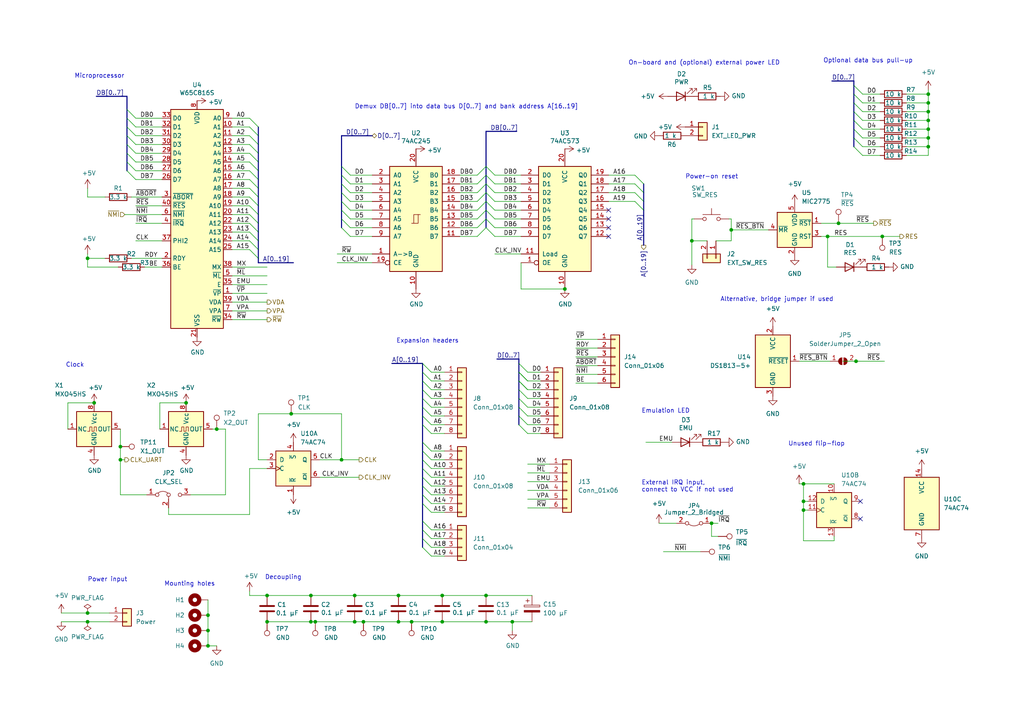
<source format=kicad_sch>
(kicad_sch (version 20211123) (generator eeschema)
  (paper "A4")
  (junction (at 206.375 151.765))
  (junction (at 243.205 64.77))
  (junction (at 269.24 40.005))
  (junction (at 60.325 182.88))
  (junction (at 99.06 133.35))
  (junction (at 84.455 120.015))
  (junction (at 34.925 129.54))
  (junction (at 269.24 37.465))
  (junction (at 119.38 180.34))
  (junction (at 212.09 66.675))
  (junction (at 25.4 177.8))
  (junction (at 77.47 180.34))
  (junction (at 269.24 32.385))
  (junction (at 115.57 172.72))
  (junction (at 53.975 116.84))
  (junction (at 105.41 180.34))
  (junction (at 140.97 180.34))
  (junction (at 240.03 68.58))
  (junction (at 77.47 172.72))
  (junction (at 62.865 124.46))
  (junction (at 34.925 133.35))
  (junction (at 233.045 147.955))
  (junction (at 25.4 74.93))
  (junction (at 90.17 172.72))
  (junction (at 27.305 116.84))
  (junction (at 25.4 180.34))
  (junction (at 233.045 140.335))
  (junction (at 233.045 145.415))
  (junction (at 115.57 180.34))
  (junction (at 128.27 172.72))
  (junction (at 269.24 42.545))
  (junction (at 140.97 172.72))
  (junction (at 60.325 178.435))
  (junction (at 102.87 180.34))
  (junction (at 248.285 104.775))
  (junction (at 200.66 69.85))
  (junction (at 255.905 68.58))
  (junction (at 90.17 180.34))
  (junction (at 102.87 172.72))
  (junction (at 148.59 180.34))
  (junction (at 269.24 29.845))
  (junction (at 269.24 27.305))
  (junction (at 163.83 83.82))
  (junction (at 91.44 180.34))
  (junction (at 60.325 187.325))
  (junction (at 128.27 180.34))
  (junction (at 269.24 34.925))
  (no_connect (at 176.53 68.58))
  (no_connect (at 176.53 66.04))
  (no_connect (at 249.555 150.495))
  (no_connect (at 249.555 145.415))
  (no_connect (at 176.53 63.5))
  (no_connect (at 176.53 60.96))
  (bus_entry (at 122.555 118.11) (size 2.54 2.54))
  (bus_entry (at 72.39 39.37) (size 2.54 2.54))
  (bus_entry (at 138.43 60.96) (size 2.54 -2.54))
  (bus_entry (at 122.555 130.81) (size 2.54 2.54))
  (bus_entry (at 150.495 115.57) (size 2.54 2.54))
  (bus_entry (at 99.06 63.5) (size 2.54 2.54))
  (bus_entry (at 72.39 36.83) (size 2.54 2.54))
  (bus_entry (at 122.555 153.67) (size 2.54 2.54))
  (bus_entry (at 72.39 72.39) (size 2.54 2.54))
  (bus_entry (at 99.06 66.04) (size 2.54 2.54))
  (bus_entry (at 72.39 44.45) (size 2.54 2.54))
  (bus_entry (at 99.06 48.26) (size 2.54 2.54))
  (bus_entry (at 247.65 27.305) (size 2.54 2.54))
  (bus_entry (at 247.65 32.385) (size 2.54 2.54))
  (bus_entry (at 72.39 52.07) (size 2.54 2.54))
  (bus_entry (at 140.97 53.34) (size 2.54 2.54))
  (bus_entry (at 122.555 123.19) (size 2.54 2.54))
  (bus_entry (at 140.97 63.5) (size 2.54 2.54))
  (bus_entry (at 184.15 50.8) (size 2.54 2.54))
  (bus_entry (at 122.555 146.05) (size 2.54 2.54))
  (bus_entry (at 247.65 40.005) (size 2.54 2.54))
  (bus_entry (at 72.39 49.53) (size 2.54 2.54))
  (bus_entry (at 122.555 143.51) (size 2.54 2.54))
  (bus_entry (at 247.65 42.545) (size 2.54 2.54))
  (bus_entry (at 150.495 107.95) (size 2.54 2.54))
  (bus_entry (at 122.555 120.65) (size 2.54 2.54))
  (bus_entry (at 150.495 123.19) (size 2.54 2.54))
  (bus_entry (at 36.83 49.53) (size 2.54 2.54))
  (bus_entry (at 122.555 107.95) (size 2.54 2.54))
  (bus_entry (at 36.83 44.45) (size 2.54 2.54))
  (bus_entry (at 72.39 67.31) (size 2.54 2.54))
  (bus_entry (at 150.495 120.65) (size 2.54 2.54))
  (bus_entry (at 138.43 55.88) (size 2.54 -2.54))
  (bus_entry (at 138.43 53.34) (size 2.54 -2.54))
  (bus_entry (at 140.97 48.26) (size 2.54 2.54))
  (bus_entry (at 138.43 63.5) (size 2.54 -2.54))
  (bus_entry (at 150.495 113.03) (size 2.54 2.54))
  (bus_entry (at 122.555 105.41) (size 2.54 2.54))
  (bus_entry (at 150.495 110.49) (size 2.54 2.54))
  (bus_entry (at 122.555 158.75) (size 2.54 2.54))
  (bus_entry (at 99.06 53.34) (size 2.54 2.54))
  (bus_entry (at 184.15 53.34) (size 2.54 2.54))
  (bus_entry (at 122.555 138.43) (size 2.54 2.54))
  (bus_entry (at 150.495 105.41) (size 2.54 2.54))
  (bus_entry (at 122.555 113.03) (size 2.54 2.54))
  (bus_entry (at 72.39 64.77) (size 2.54 2.54))
  (bus_entry (at 99.06 60.96) (size 2.54 2.54))
  (bus_entry (at 138.43 66.04) (size 2.54 -2.54))
  (bus_entry (at 122.555 140.97) (size 2.54 2.54))
  (bus_entry (at 36.83 31.75) (size 2.54 2.54))
  (bus_entry (at 122.555 115.57) (size 2.54 2.54))
  (bus_entry (at 122.555 110.49) (size 2.54 2.54))
  (bus_entry (at 140.97 55.88) (size 2.54 2.54))
  (bus_entry (at 72.39 54.61) (size 2.54 2.54))
  (bus_entry (at 36.83 36.83) (size 2.54 2.54))
  (bus_entry (at 72.39 41.91) (size 2.54 2.54))
  (bus_entry (at 36.83 39.37) (size 2.54 2.54))
  (bus_entry (at 150.495 118.11) (size 2.54 2.54))
  (bus_entry (at 122.555 133.35) (size 2.54 2.54))
  (bus_entry (at 184.15 58.42) (size 2.54 2.54))
  (bus_entry (at 184.15 55.88) (size 2.54 2.54))
  (bus_entry (at 72.39 57.15) (size 2.54 2.54))
  (bus_entry (at 140.97 60.96) (size 2.54 2.54))
  (bus_entry (at 72.39 46.99) (size 2.54 2.54))
  (bus_entry (at 140.97 58.42) (size 2.54 2.54))
  (bus_entry (at 150.495 110.49) (size 2.54 2.54))
  (bus_entry (at 72.39 62.23) (size 2.54 2.54))
  (bus_entry (at 72.39 69.85) (size 2.54 2.54))
  (bus_entry (at 72.39 34.29) (size 2.54 2.54))
  (bus_entry (at 138.43 50.8) (size 2.54 -2.54))
  (bus_entry (at 36.83 41.91) (size 2.54 2.54))
  (bus_entry (at 150.495 107.95) (size 2.54 2.54))
  (bus_entry (at 140.97 66.04) (size 2.54 2.54))
  (bus_entry (at 122.555 151.13) (size 2.54 2.54))
  (bus_entry (at 247.65 29.845) (size 2.54 2.54))
  (bus_entry (at 99.06 58.42) (size 2.54 2.54))
  (bus_entry (at 99.06 55.88) (size 2.54 2.54))
  (bus_entry (at 36.83 46.99) (size 2.54 2.54))
  (bus_entry (at 99.06 50.8) (size 2.54 2.54))
  (bus_entry (at 247.65 37.465) (size 2.54 2.54))
  (bus_entry (at 36.83 34.29) (size 2.54 2.54))
  (bus_entry (at 138.43 68.58) (size 2.54 -2.54))
  (bus_entry (at 247.65 34.925) (size 2.54 2.54))
  (bus_entry (at 122.555 128.27) (size 2.54 2.54))
  (bus_entry (at 247.65 24.765) (size 2.54 2.54))
  (bus_entry (at 122.555 135.89) (size 2.54 2.54))
  (bus_entry (at 122.555 156.21) (size 2.54 2.54))
  (bus_entry (at 138.43 58.42) (size 2.54 -2.54))
  (bus_entry (at 140.97 50.8) (size 2.54 2.54))
  (bus_entry (at 72.39 59.69) (size 2.54 2.54))
  (wire (pts (xy 176.53 55.88) (xy 184.15 55.88)))
  (wire (pts (xy 77.47 172.72) (xy 72.39 172.72)))
  (bus (pts (xy 122.555 140.97) (xy 122.555 143.51)))
  (wire (pts (xy 39.37 34.29) (xy 46.99 34.29)))
  (wire (pts (xy 269.24 34.925) (xy 269.24 37.465)))
  (bus (pts (xy 99.06 39.37) (xy 107.95 39.37)))
  (wire (pts (xy 241.935 156.845) (xy 241.935 155.575)))
  (wire (pts (xy 67.31 77.47) (xy 77.47 77.47)))
  (wire (pts (xy 92.71 133.35) (xy 99.06 133.35)))
  (wire (pts (xy 77.47 180.34) (xy 90.17 180.34)))
  (wire (pts (xy 233.045 145.415) (xy 233.045 147.955)))
  (bus (pts (xy 74.93 36.83) (xy 74.93 39.37)))
  (wire (pts (xy 212.09 63.5) (xy 211.455 63.5)))
  (wire (pts (xy 91.44 180.34) (xy 102.87 180.34)))
  (wire (pts (xy 153.035 110.49) (xy 156.845 110.49)))
  (wire (pts (xy 250.19 37.465) (xy 255.27 37.465)))
  (bus (pts (xy 122.555 118.11) (xy 122.555 120.65)))
  (bus (pts (xy 122.555 107.95) (xy 122.555 110.49)))
  (wire (pts (xy 133.35 60.96) (xy 138.43 60.96)))
  (wire (pts (xy 240.03 68.58) (xy 255.905 68.58)))
  (wire (pts (xy 39.37 44.45) (xy 46.99 44.45)))
  (wire (pts (xy 67.31 49.53) (xy 72.39 49.53)))
  (wire (pts (xy 153.035 134.62) (xy 159.385 134.62)))
  (wire (pts (xy 269.24 29.845) (xy 269.24 32.385)))
  (bus (pts (xy 247.65 27.305) (xy 247.65 29.845)))
  (wire (pts (xy 25.4 54.61) (xy 25.4 57.15)))
  (wire (pts (xy 151.13 83.82) (xy 163.83 83.82)))
  (bus (pts (xy 150.495 104.14) (xy 150.495 105.41)))
  (wire (pts (xy 55.245 143.51) (xy 65.405 143.51)))
  (wire (pts (xy 167.005 98.425) (xy 173.355 98.425)))
  (wire (pts (xy 67.31 59.69) (xy 72.39 59.69)))
  (wire (pts (xy 153.035 107.95) (xy 156.845 107.95)))
  (bus (pts (xy 140.97 63.5) (xy 140.97 66.04)))
  (wire (pts (xy 39.37 64.77) (xy 46.99 64.77)))
  (wire (pts (xy 77.47 172.72) (xy 90.17 172.72)))
  (wire (pts (xy 119.38 180.34) (xy 128.27 180.34)))
  (wire (pts (xy 67.31 92.71) (xy 77.47 92.71)))
  (wire (pts (xy 212.09 66.675) (xy 212.09 69.85)))
  (wire (pts (xy 39.37 52.07) (xy 46.99 52.07)))
  (wire (pts (xy 67.31 44.45) (xy 72.39 44.45)))
  (wire (pts (xy 67.31 90.17) (xy 77.47 90.17)))
  (wire (pts (xy 74.93 120.015) (xy 74.93 133.35)))
  (wire (pts (xy 176.53 50.8) (xy 184.15 50.8)))
  (wire (pts (xy 125.095 110.49) (xy 128.905 110.49)))
  (bus (pts (xy 74.93 67.31) (xy 74.93 69.85)))
  (bus (pts (xy 74.93 44.45) (xy 74.93 46.99)))
  (wire (pts (xy 99.06 133.35) (xy 104.14 133.35)))
  (bus (pts (xy 122.555 128.27) (xy 122.555 130.81)))
  (wire (pts (xy 36.195 62.23) (xy 46.99 62.23)))
  (bus (pts (xy 99.06 48.26) (xy 99.06 50.8)))
  (wire (pts (xy 148.59 180.34) (xy 148.59 182.88)))
  (wire (pts (xy 153.035 144.78) (xy 159.385 144.78)))
  (wire (pts (xy 67.31 36.83) (xy 72.39 36.83)))
  (wire (pts (xy 99.06 120.015) (xy 99.06 133.35)))
  (wire (pts (xy 102.87 180.34) (xy 105.41 180.34)))
  (wire (pts (xy 238.125 68.58) (xy 240.03 68.58)))
  (bus (pts (xy 36.83 31.75) (xy 36.83 34.29)))
  (wire (pts (xy 39.37 36.83) (xy 46.99 36.83)))
  (wire (pts (xy 269.24 37.465) (xy 269.24 40.005)))
  (wire (pts (xy 207.645 69.85) (xy 212.09 69.85)))
  (bus (pts (xy 186.69 58.42) (xy 186.69 60.96)))
  (bus (pts (xy 74.93 62.23) (xy 74.93 64.77)))
  (wire (pts (xy 67.31 72.39) (xy 72.39 72.39)))
  (wire (pts (xy 192.405 160.02) (xy 203.2 160.02)))
  (wire (pts (xy 148.59 180.34) (xy 154.305 180.34)))
  (bus (pts (xy 122.555 135.89) (xy 122.555 138.43)))
  (wire (pts (xy 133.35 66.04) (xy 138.43 66.04)))
  (bus (pts (xy 241.3 23.495) (xy 247.65 23.495)))
  (wire (pts (xy 72.39 135.89) (xy 72.39 149.225)))
  (wire (pts (xy 74.93 120.015) (xy 84.455 120.015)))
  (wire (pts (xy 153.035 120.65) (xy 156.845 120.65)))
  (wire (pts (xy 269.24 45.085) (xy 262.89 45.085)))
  (wire (pts (xy 248.285 104.775) (xy 256.54 104.775)))
  (wire (pts (xy 233.045 140.335) (xy 241.935 140.335)))
  (bus (pts (xy 140.97 50.8) (xy 140.97 53.34)))
  (bus (pts (xy 122.555 143.51) (xy 122.555 146.05)))
  (wire (pts (xy 200.66 69.85) (xy 205.105 69.85)))
  (bus (pts (xy 74.93 76.2) (xy 85.09 76.2)))
  (wire (pts (xy 206.375 155.575) (xy 208.28 155.575)))
  (wire (pts (xy 125.095 133.35) (xy 128.905 133.35)))
  (wire (pts (xy 153.035 147.32) (xy 159.385 147.32)))
  (wire (pts (xy 60.325 178.435) (xy 60.325 182.88)))
  (wire (pts (xy 233.045 147.955) (xy 233.045 156.845)))
  (wire (pts (xy 67.31 87.63) (xy 77.47 87.63)))
  (wire (pts (xy 67.31 82.55) (xy 77.47 82.55)))
  (wire (pts (xy 25.4 74.93) (xy 30.48 74.93)))
  (wire (pts (xy 17.78 177.8) (xy 25.4 177.8)))
  (bus (pts (xy 113.665 105.41) (xy 122.555 105.41)))
  (wire (pts (xy 67.31 52.07) (xy 72.39 52.07)))
  (wire (pts (xy 206.375 151.765) (xy 206.375 155.575)))
  (wire (pts (xy 238.125 64.77) (xy 243.205 64.77)))
  (wire (pts (xy 128.27 172.72) (xy 140.97 172.72)))
  (wire (pts (xy 125.095 113.03) (xy 128.905 113.03)))
  (wire (pts (xy 151.13 76.2) (xy 151.13 83.82)))
  (wire (pts (xy 140.97 172.72) (xy 154.305 172.72)))
  (wire (pts (xy 143.51 55.88) (xy 151.13 55.88)))
  (wire (pts (xy 262.89 37.465) (xy 269.24 37.465)))
  (wire (pts (xy 125.095 153.67) (xy 128.905 153.67)))
  (wire (pts (xy 153.035 123.19) (xy 156.845 123.19)))
  (wire (pts (xy 269.24 27.305) (xy 269.24 29.845)))
  (wire (pts (xy 65.405 124.46) (xy 65.405 143.51)))
  (wire (pts (xy 19.685 124.46) (xy 19.685 116.84)))
  (wire (pts (xy 244.475 104.775) (xy 248.285 104.775)))
  (bus (pts (xy 99.06 50.8) (xy 99.06 53.34)))
  (bus (pts (xy 122.555 120.65) (xy 122.555 123.19)))
  (wire (pts (xy 101.6 50.8) (xy 107.95 50.8)))
  (bus (pts (xy 140.97 53.34) (xy 140.97 55.88)))
  (wire (pts (xy 102.87 172.72) (xy 115.57 172.72)))
  (bus (pts (xy 99.06 63.5) (xy 99.06 66.04)))
  (wire (pts (xy 38.1 57.15) (xy 46.99 57.15)))
  (wire (pts (xy 60.325 173.99) (xy 60.325 178.435)))
  (bus (pts (xy 122.555 133.35) (xy 122.555 135.89)))
  (bus (pts (xy 140.97 48.26) (xy 140.97 50.8)))
  (wire (pts (xy 243.205 64.77) (xy 253.365 64.77)))
  (wire (pts (xy 77.47 133.35) (xy 74.93 133.35)))
  (bus (pts (xy 122.555 156.21) (xy 122.555 158.75)))
  (wire (pts (xy 250.19 27.305) (xy 255.27 27.305)))
  (bus (pts (xy 247.65 34.925) (xy 247.65 37.465)))
  (bus (pts (xy 247.65 32.385) (xy 247.65 34.925)))
  (bus (pts (xy 36.83 27.94) (xy 36.83 31.75)))
  (wire (pts (xy 101.6 60.96) (xy 107.95 60.96)))
  (wire (pts (xy 143.51 66.04) (xy 151.13 66.04)))
  (wire (pts (xy 269.24 42.545) (xy 269.24 45.085)))
  (wire (pts (xy 72.39 135.89) (xy 77.47 135.89)))
  (wire (pts (xy 39.37 46.99) (xy 46.99 46.99)))
  (wire (pts (xy 167.005 103.505) (xy 173.355 103.505)))
  (wire (pts (xy 17.78 180.34) (xy 25.4 180.34)))
  (wire (pts (xy 167.005 106.045) (xy 173.355 106.045)))
  (wire (pts (xy 269.24 40.005) (xy 269.24 42.545)))
  (bus (pts (xy 122.555 123.19) (xy 122.555 128.27)))
  (wire (pts (xy 39.37 41.91) (xy 46.99 41.91)))
  (wire (pts (xy 67.31 64.77) (xy 72.39 64.77)))
  (wire (pts (xy 34.925 129.54) (xy 34.925 133.35)))
  (wire (pts (xy 255.905 68.58) (xy 260.985 68.58)))
  (wire (pts (xy 125.095 125.73) (xy 128.905 125.73)))
  (wire (pts (xy 67.31 57.15) (xy 72.39 57.15)))
  (wire (pts (xy 125.095 120.65) (xy 128.905 120.65)))
  (wire (pts (xy 115.57 172.72) (xy 128.27 172.72)))
  (wire (pts (xy 250.19 45.085) (xy 255.27 45.085)))
  (bus (pts (xy 99.06 55.88) (xy 99.06 58.42)))
  (bus (pts (xy 122.555 110.49) (xy 122.555 113.03)))
  (bus (pts (xy 150.495 118.11) (xy 150.495 120.65)))
  (bus (pts (xy 74.93 41.91) (xy 74.93 44.45)))
  (bus (pts (xy 74.93 46.99) (xy 74.93 49.53)))
  (bus (pts (xy 122.555 146.05) (xy 122.555 151.13)))
  (bus (pts (xy 74.93 64.77) (xy 74.93 67.31)))
  (wire (pts (xy 34.925 133.35) (xy 34.925 143.51)))
  (wire (pts (xy 250.19 29.845) (xy 255.27 29.845)))
  (wire (pts (xy 250.19 40.005) (xy 255.27 40.005)))
  (wire (pts (xy 125.095 138.43) (xy 128.905 138.43)))
  (bus (pts (xy 36.83 39.37) (xy 36.83 41.91)))
  (wire (pts (xy 128.27 180.34) (xy 140.97 180.34)))
  (wire (pts (xy 67.31 41.91) (xy 72.39 41.91)))
  (wire (pts (xy 48.895 147.32) (xy 48.895 149.225)))
  (bus (pts (xy 150.495 105.41) (xy 150.495 107.95)))
  (wire (pts (xy 46.355 124.46) (xy 46.355 116.84)))
  (wire (pts (xy 143.51 58.42) (xy 151.13 58.42)))
  (bus (pts (xy 247.65 23.495) (xy 247.65 24.765)))
  (bus (pts (xy 122.555 151.13) (xy 122.555 153.67)))
  (wire (pts (xy 105.41 180.34) (xy 115.57 180.34)))
  (wire (pts (xy 153.035 118.11) (xy 156.845 118.11)))
  (bus (pts (xy 74.93 49.53) (xy 74.93 52.07)))
  (wire (pts (xy 39.37 39.37) (xy 46.99 39.37)))
  (wire (pts (xy 133.35 50.8) (xy 138.43 50.8)))
  (wire (pts (xy 231.775 140.335) (xy 233.045 140.335)))
  (wire (pts (xy 176.53 58.42) (xy 184.15 58.42)))
  (wire (pts (xy 233.045 156.845) (xy 241.935 156.845)))
  (wire (pts (xy 125.095 135.89) (xy 128.905 135.89)))
  (bus (pts (xy 74.93 57.15) (xy 74.93 59.69)))
  (bus (pts (xy 36.83 41.91) (xy 36.83 44.45)))
  (wire (pts (xy 143.51 60.96) (xy 151.13 60.96)))
  (wire (pts (xy 143.51 53.34) (xy 151.13 53.34)))
  (wire (pts (xy 101.6 66.04) (xy 107.95 66.04)))
  (wire (pts (xy 125.095 123.19) (xy 128.905 123.19)))
  (wire (pts (xy 67.31 39.37) (xy 72.39 39.37)))
  (wire (pts (xy 125.095 156.21) (xy 128.905 156.21)))
  (wire (pts (xy 67.31 62.23) (xy 72.39 62.23)))
  (wire (pts (xy 133.35 58.42) (xy 138.43 58.42)))
  (wire (pts (xy 67.31 54.61) (xy 72.39 54.61)))
  (wire (pts (xy 97.79 73.66) (xy 107.95 73.66)))
  (wire (pts (xy 133.35 55.88) (xy 138.43 55.88)))
  (wire (pts (xy 233.045 147.955) (xy 234.315 147.955)))
  (wire (pts (xy 262.89 34.925) (xy 269.24 34.925)))
  (wire (pts (xy 240.03 68.58) (xy 240.03 77.47)))
  (bus (pts (xy 99.06 39.37) (xy 99.06 48.26)))
  (wire (pts (xy 67.31 34.29) (xy 72.39 34.29)))
  (bus (pts (xy 150.495 107.95) (xy 150.495 110.49)))
  (bus (pts (xy 74.93 39.37) (xy 74.93 41.91)))
  (wire (pts (xy 25.4 180.34) (xy 31.75 180.34)))
  (wire (pts (xy 153.035 113.03) (xy 156.845 113.03)))
  (wire (pts (xy 212.09 66.675) (xy 222.885 66.675)))
  (wire (pts (xy 25.4 177.8) (xy 31.75 177.8)))
  (bus (pts (xy 247.65 40.005) (xy 247.65 42.545)))
  (wire (pts (xy 101.6 53.34) (xy 107.95 53.34)))
  (bus (pts (xy 150.495 115.57) (xy 150.495 118.11)))
  (wire (pts (xy 115.57 180.34) (xy 119.38 180.34)))
  (wire (pts (xy 262.89 29.845) (xy 269.24 29.845)))
  (wire (pts (xy 231.775 104.775) (xy 240.665 104.775)))
  (bus (pts (xy 140.97 38.1) (xy 149.86 38.1)))
  (bus (pts (xy 74.93 74.93) (xy 74.93 76.2)))
  (bus (pts (xy 140.97 55.88) (xy 140.97 58.42)))
  (bus (pts (xy 186.69 55.88) (xy 186.69 58.42)))
  (wire (pts (xy 92.71 138.43) (xy 104.14 138.43)))
  (wire (pts (xy 67.31 80.01) (xy 77.47 80.01)))
  (bus (pts (xy 74.93 54.61) (xy 74.93 57.15)))
  (wire (pts (xy 133.35 68.58) (xy 138.43 68.58)))
  (wire (pts (xy 143.51 68.58) (xy 151.13 68.58)))
  (wire (pts (xy 62.865 124.46) (xy 61.595 124.46)))
  (wire (pts (xy 250.19 42.545) (xy 255.27 42.545)))
  (wire (pts (xy 240.03 77.47) (xy 242.57 77.47)))
  (wire (pts (xy 125.095 158.75) (xy 128.905 158.75)))
  (bus (pts (xy 36.83 36.83) (xy 36.83 39.37)))
  (wire (pts (xy 101.6 63.5) (xy 107.95 63.5)))
  (wire (pts (xy 233.045 140.335) (xy 233.045 145.415)))
  (wire (pts (xy 200.66 69.85) (xy 200.66 76.835)))
  (bus (pts (xy 74.93 72.39) (xy 74.93 74.93)))
  (wire (pts (xy 125.095 143.51) (xy 128.905 143.51)))
  (bus (pts (xy 36.83 44.45) (xy 36.83 46.99)))
  (wire (pts (xy 60.325 182.88) (xy 60.325 187.325)))
  (bus (pts (xy 186.69 60.96) (xy 186.69 71.12)))
  (wire (pts (xy 84.455 120.015) (xy 99.06 120.015)))
  (bus (pts (xy 150.495 120.65) (xy 150.495 123.19)))
  (bus (pts (xy 150.495 113.03) (xy 150.495 115.57)))
  (wire (pts (xy 38.1 74.93) (xy 46.99 74.93)))
  (bus (pts (xy 99.06 53.34) (xy 99.06 55.88)))
  (wire (pts (xy 125.095 107.95) (xy 128.905 107.95)))
  (wire (pts (xy 19.685 116.84) (xy 27.305 116.84)))
  (wire (pts (xy 200.66 63.5) (xy 200.66 69.85)))
  (bus (pts (xy 74.93 52.07) (xy 74.93 54.61)))
  (wire (pts (xy 167.005 108.585) (xy 173.355 108.585)))
  (wire (pts (xy 34.925 124.46) (xy 34.925 129.54)))
  (bus (pts (xy 144.145 104.14) (xy 150.495 104.14)))
  (bus (pts (xy 247.65 29.845) (xy 247.65 32.385)))
  (wire (pts (xy 212.09 63.5) (xy 212.09 66.675)))
  (wire (pts (xy 153.035 137.16) (xy 159.385 137.16)))
  (wire (pts (xy 125.095 118.11) (xy 128.905 118.11)))
  (wire (pts (xy 125.095 115.57) (xy 128.905 115.57)))
  (wire (pts (xy 153.035 125.73) (xy 156.845 125.73)))
  (wire (pts (xy 233.045 145.415) (xy 234.315 145.415)))
  (wire (pts (xy 153.035 142.24) (xy 159.385 142.24)))
  (wire (pts (xy 39.37 59.69) (xy 46.99 59.69)))
  (wire (pts (xy 133.35 63.5) (xy 138.43 63.5)))
  (bus (pts (xy 122.555 153.67) (xy 122.555 156.21)))
  (bus (pts (xy 74.93 69.85) (xy 74.93 72.39)))
  (wire (pts (xy 125.095 148.59) (xy 128.905 148.59)))
  (wire (pts (xy 262.89 42.545) (xy 269.24 42.545)))
  (bus (pts (xy 122.555 113.03) (xy 122.555 115.57)))
  (wire (pts (xy 176.53 53.34) (xy 184.15 53.34)))
  (bus (pts (xy 99.06 58.42) (xy 99.06 60.96)))
  (wire (pts (xy 262.89 40.005) (xy 269.24 40.005)))
  (bus (pts (xy 122.555 115.57) (xy 122.555 118.11)))
  (wire (pts (xy 25.4 77.47) (xy 34.29 77.47)))
  (wire (pts (xy 39.37 69.85) (xy 46.99 69.85)))
  (bus (pts (xy 36.83 46.99) (xy 36.83 49.53)))
  (wire (pts (xy 97.79 76.2) (xy 107.95 76.2)))
  (wire (pts (xy 262.89 32.385) (xy 269.24 32.385)))
  (wire (pts (xy 67.31 85.09) (xy 77.47 85.09)))
  (bus (pts (xy 150.495 110.49) (xy 150.495 113.03)))
  (wire (pts (xy 250.19 32.385) (xy 255.27 32.385)))
  (bus (pts (xy 247.65 37.465) (xy 247.65 40.005)))
  (wire (pts (xy 143.51 63.5) (xy 151.13 63.5)))
  (wire (pts (xy 34.925 143.51) (xy 42.545 143.51)))
  (bus (pts (xy 140.97 58.42) (xy 140.97 60.96)))
  (wire (pts (xy 269.24 27.305) (xy 269.24 26.035)))
  (wire (pts (xy 60.325 187.325) (xy 62.865 187.325)))
  (wire (pts (xy 34.925 133.35) (xy 36.195 133.35)))
  (wire (pts (xy 46.355 116.84) (xy 53.975 116.84)))
  (wire (pts (xy 25.4 57.15) (xy 30.48 57.15)))
  (wire (pts (xy 101.6 68.58) (xy 107.95 68.58)))
  (wire (pts (xy 191.135 151.765) (xy 196.215 151.765)))
  (bus (pts (xy 74.93 59.69) (xy 74.93 62.23)))
  (wire (pts (xy 125.095 146.05) (xy 128.905 146.05)))
  (wire (pts (xy 125.095 130.81) (xy 128.905 130.81)))
  (wire (pts (xy 65.405 124.46) (xy 62.865 124.46)))
  (wire (pts (xy 167.005 100.965) (xy 173.355 100.965)))
  (wire (pts (xy 67.31 69.85) (xy 72.39 69.85)))
  (wire (pts (xy 125.095 161.29) (xy 128.905 161.29)))
  (wire (pts (xy 25.4 73.66) (xy 25.4 74.93)))
  (wire (pts (xy 25.4 74.93) (xy 25.4 77.47)))
  (wire (pts (xy 101.6 58.42) (xy 107.95 58.42)))
  (wire (pts (xy 67.31 67.31) (xy 72.39 67.31)))
  (wire (pts (xy 187.325 128.27) (xy 194.945 128.27)))
  (bus (pts (xy 140.97 38.1) (xy 140.97 48.26)))
  (bus (pts (xy 122.555 130.81) (xy 122.555 133.35)))
  (bus (pts (xy 99.06 60.96) (xy 99.06 63.5)))
  (wire (pts (xy 269.24 32.385) (xy 269.24 34.925)))
  (wire (pts (xy 250.19 34.925) (xy 255.27 34.925)))
  (wire (pts (xy 48.895 149.225) (xy 72.39 149.225)))
  (wire (pts (xy 90.17 172.72) (xy 102.87 172.72)))
  (wire (pts (xy 72.39 172.72) (xy 72.39 171.45)))
  (bus (pts (xy 122.555 138.43) (xy 122.555 140.97)))
  (wire (pts (xy 143.51 50.8) (xy 151.13 50.8)))
  (bus (pts (xy 122.555 105.41) (xy 122.555 107.95)))
  (bus (pts (xy 247.65 24.765) (xy 247.65 27.305)))
  (wire (pts (xy 262.89 27.305) (xy 269.24 27.305)))
  (bus (pts (xy 140.97 60.96) (xy 140.97 63.5)))
  (wire (pts (xy 153.035 115.57) (xy 156.845 115.57)))
  (wire (pts (xy 153.035 139.7) (xy 159.385 139.7)))
  (bus (pts (xy 186.69 53.34) (xy 186.69 55.88)))
  (wire (pts (xy 90.17 180.34) (xy 91.44 180.34)))
  (wire (pts (xy 41.91 77.47) (xy 46.99 77.47)))
  (wire (pts (xy 67.31 46.99) (xy 72.39 46.99)))
  (wire (pts (xy 101.6 55.88) (xy 107.95 55.88)))
  (wire (pts (xy 167.005 111.125) (xy 173.355 111.125)))
  (bus (pts (xy 36.83 27.94) (xy 27.94 27.94)))
  (wire (pts (xy 200.66 63.5) (xy 201.295 63.5)))
  (wire (pts (xy 206.375 151.765) (xy 208.28 151.765)))
  (wire (pts (xy 133.35 53.34) (xy 138.43 53.34)))
  (bus (pts (xy 36.83 34.29) (xy 36.83 36.83)))
  (wire (pts (xy 140.97 180.34) (xy 148.59 180.34)))
  (wire (pts (xy 39.37 49.53) (xy 46.99 49.53)))
  (wire (pts (xy 151.13 73.66) (xy 143.51 73.66)))
  (wire (pts (xy 125.095 140.97) (xy 128.905 140.97)))
  (text "Power input" (at 25.4 168.91 0) (effects (font (size 1.27 1.27)) (justify left bottom)))
  (text "Unused flip-flop" (at 228.6 129.54 0) (effects (font (size 1.27 1.27)) (justify left bottom)))
  (text "Expansion headers" (at 114.935 99.695 0) (effects (font (size 1.27 1.27)) (justify left bottom)))
  (text "On-board and (optional) external power LED\n" (at 182.245 19.05 0) (effects (font (size 1.27 1.27)) (justify left bottom)))
  (text "Microprocessor" (at 21.59 22.86 0) (effects (font (size 1.27 1.27)) (justify left bottom)))
  (text "Clock" (at 19.05 106.68 0) (effects (font (size 1.27 1.27)) (justify left bottom)))
  (text "Alternative, bridge jumper if used" (at 208.915 87.63 0) (effects (font (size 1.27 1.27)) (justify left bottom)))
  (text "Emulation LED" (at 186.055 120.015 0) (effects (font (size 1.27 1.27)) (justify left bottom)))
  (text "Demux DB[0..7] into data bus D[0..7] and bank address A[16..19]" (at 102.87 31.75 0) (effects (font (size 1.27 1.27)) (justify left bottom)))
  (text "Decoupling" (at 76.835 168.275 0) (effects (font (size 1.27 1.27)) (justify left bottom)))
  (text "Mounting holes" (at 47.625 170.18 0) (effects (font (size 1.27 1.27)) (justify left bottom)))
  (text "External IRQ input,\nconnect to VCC if not used" (at 186.055 142.875 0) (effects (font (size 1.27 1.27)) (justify left bottom)))
  (text "Power-on reset" (at 198.755 52.07 0) (effects (font (size 1.27 1.27)) (justify left bottom)))
  (text "Optional data bus pull-up" (at 238.76 18.415 0) (effects (font (size 1.27 1.27)) (justify left bottom)))
  (label "~{VP}" (at 167.005 98.425 0))
  (label "~{NMI}" (at 167.005 108.585 0))
  (label "DB4" (at 40.64 44.45 0))
  (label "DB5" (at 40.64 46.99 0))
  (label "DB2" (at 146.05 55.88 0))
  (label "~{ML}" (at 155.575 137.16 0))
  (label "RDY" (at 167.005 100.965 0))
  (label "VPA" (at 68.58 90.17 0))
  (label "BE" (at 43.18 77.47 0))
  (label "VDA" (at 155.575 142.24 0))
  (label "DB1" (at 146.05 53.34 0))
  (label "D2" (at 102.87 55.88 0))
  (label "D7" (at 102.87 68.58 0))
  (label "VPA" (at 155.575 144.78 0))
  (label "A18" (at 125.73 158.75 0))
  (label "D[0..7]" (at 144.145 104.14 0))
  (label "D2" (at 251.46 32.385 0))
  (label "D5" (at 251.46 40.005 0))
  (label "DB3" (at 40.64 41.91 0))
  (label "~{IRQ}" (at 208.28 151.765 0))
  (label "RES" (at 241.935 68.58 0))
  (label "~{RW}" (at 155.575 147.32 0))
  (label "~{RW}" (at 99.06 73.66 0))
  (label "D6" (at 102.87 66.04 0))
  (label "EMU" (at 191.135 128.27 0))
  (label "A10" (at 68.58 59.69 0))
  (label "CLK_INV" (at 143.51 73.66 0))
  (label "DB6" (at 146.05 66.04 0))
  (label "D1" (at 154.305 110.49 0))
  (label "D3" (at 154.305 115.57 0))
  (label "DB4" (at 146.05 60.96 0))
  (label "~{RW}" (at 68.58 92.71 0))
  (label "EMU" (at 155.575 139.7 0))
  (label "A15" (at 125.73 148.59 0))
  (label "DB3" (at 133.35 58.42 0))
  (label "A1" (at 68.58 36.83 0))
  (label "D2" (at 154.305 113.03 0))
  (label "~{IRQ}" (at 39.37 64.77 0))
  (label "A7" (at 125.73 125.73 0))
  (label "~{NMI}" (at 39.37 62.23 0))
  (label "D0" (at 102.87 50.8 0))
  (label "DB1" (at 40.64 36.83 0))
  (label "A9" (at 68.58 57.15 0))
  (label "A11" (at 68.58 62.23 0))
  (label "VDA" (at 68.58 87.63 0))
  (label "A14" (at 125.73 146.05 0))
  (label "D5" (at 154.305 120.65 0))
  (label "D7" (at 154.305 125.73 0))
  (label "CLK" (at 39.37 69.85 0))
  (label "A14" (at 68.58 69.85 0))
  (label "A16" (at 177.8 50.8 0))
  (label "DB0" (at 40.64 34.29 0))
  (label "CLK" (at 92.71 133.35 0))
  (label "D[0..7]" (at 241.3 23.495 0))
  (label "D1" (at 102.87 53.34 0))
  (label "A1" (at 125.73 110.49 0))
  (label "~{NMI}" (at 195.58 160.02 0))
  (label "~{ML}" (at 68.58 80.01 0))
  (label "A[0..19]" (at 113.665 105.41 0))
  (label "A18" (at 177.8 55.88 0))
  (label "A4" (at 68.58 44.45 0))
  (label "~{RES}" (at 167.005 103.505 0))
  (label "RDY" (at 41.91 74.93 0))
  (label "~{ABORT}" (at 39.37 57.15 0))
  (label "A17" (at 177.8 53.34 0))
  (label "~{ABORT}" (at 167.005 106.045 0))
  (label "A8" (at 68.58 54.61 0))
  (label "D0" (at 154.305 107.95 0))
  (label "DB3" (at 146.05 58.42 0))
  (label "DB[0..7]" (at 142.24 38.1 0))
  (label "A4" (at 125.73 118.11 0))
  (label "A16" (at 125.73 153.67 0))
  (label "BE" (at 167.005 111.125 0))
  (label "D5" (at 102.87 63.5 0))
  (label "~{RES_BTN}" (at 231.775 104.775 0))
  (label "A7" (at 68.58 52.07 0))
  (label "A5" (at 125.73 120.65 0))
  (label "DB0" (at 133.35 50.8 0))
  (label "A8" (at 125.73 130.81 0))
  (label "A12" (at 68.58 64.77 0))
  (label "A6" (at 68.58 49.53 0))
  (label "A10" (at 125.73 135.89 0))
  (label "~{RES_BTN}" (at 213.36 66.675 0))
  (label "DB5" (at 133.35 63.5 0))
  (label "D0" (at 251.46 27.305 0))
  (label "A3" (at 125.73 115.57 0))
  (label "DB4" (at 133.35 60.96 0))
  (label "D[0..7]" (at 100.33 39.37 0))
  (label "A0" (at 68.58 34.29 0))
  (label "MX" (at 155.575 134.62 0))
  (label "MX" (at 68.58 77.47 0))
  (label "A12" (at 125.73 140.97 0))
  (label "DB7" (at 133.35 68.58 0))
  (label "A3" (at 68.58 41.91 0))
  (label "DB2" (at 40.64 39.37 0))
  (label "D6" (at 251.46 42.545 0))
  (label "A17" (at 125.73 156.21 0))
  (label "A2" (at 125.73 113.03 0))
  (label "A6" (at 125.73 123.19 0))
  (label "DB5" (at 146.05 63.5 0))
  (label "DB6" (at 40.64 49.53 0))
  (label "DB[0..7]" (at 27.94 27.94 0))
  (label "A13" (at 68.58 67.31 0))
  (label "DB7" (at 40.64 52.07 0))
  (label "DB6" (at 133.35 66.04 0))
  (label "CLK_INV" (at 93.345 138.43 0))
  (label "~{RES}" (at 251.46 104.775 0))
  (label "A2" (at 68.58 39.37 0))
  (label "D6" (at 154.305 123.19 0))
  (label "D4" (at 154.305 118.11 0))
  (label "D3" (at 251.46 34.925 0))
  (label "~{RES}" (at 248.285 64.77 0))
  (label "A15" (at 68.58 72.39 0))
  (label "~{RES}" (at 39.37 59.69 0))
  (label "A9" (at 125.73 133.35 0))
  (label "A5" (at 68.58 46.99 0))
  (label "DB0" (at 146.05 50.8 0))
  (label "A11" (at 125.73 138.43 0))
  (label "A[0..19]" (at 76.2 76.2 0))
  (label "D4" (at 251.46 37.465 0))
  (label "A19" (at 125.73 161.29 0))
  (label "A19" (at 177.8 58.42 0))
  (label "A[0..19]" (at 186.69 69.85 90))
  (label "EMU" (at 68.58 82.55 0))
  (label "D4" (at 102.87 60.96 0))
  (label "DB1" (at 133.35 53.34 0))
  (label "D7" (at 251.46 45.085 0))
  (label "A13" (at 125.73 143.51 0))
  (label "D3" (at 102.87 58.42 0))
  (label "A0" (at 125.73 107.95 0))
  (label "DB7" (at 146.05 68.58 0))
  (label "CLK_INV" (at 99.06 76.2 0))
  (label "~{VP}" (at 68.58 85.09 0))
  (label "D1" (at 251.46 29.845 0))
  (label "DB2" (at 133.35 55.88 0))
  (hierarchical_label "~{NMI}" (shape input) (at 36.195 62.23 180))
  (hierarchical_label "CLK_INV" (shape output) (at 104.14 138.43 0))
  (hierarchical_label "RES" (shape output) (at 260.985 68.58 0))
  (hierarchical_label "CLK_UART" (shape output) (at 36.195 133.35 0))
  (hierarchical_label "~{RES}" (shape output) (at 253.365 64.77 0))
  (hierarchical_label "VPA" (shape output) (at 77.47 90.17 0))
  (hierarchical_label "CLK" (shape output) (at 104.14 133.35 0))
  (hierarchical_label "VDA" (shape output) (at 77.47 87.63 0))
  (hierarchical_label "A[0..19]" (shape output) (at 186.69 71.12 270))
  (hierarchical_label "D[0..7]" (shape tri_state) (at 107.95 39.37 0))
  (hierarchical_label "~{RW}" (shape output) (at 77.47 92.71 0))
  (symbol (lib_id "project:W65C816S") (at 57.15 62.23 0) (unit 1)
    (property "Reference" "U4" (at 57.15 24.6126 0))
    (property "Value" "W65C816S" (at 57.15 26.924 0))
    (property "Footprint" "Package_DIP:DIP-40_W15.24mm_Socket" (effects hide))
  )
  (symbol (lib_id "project:74AC245") (at 120.65 63.5 0) (unit 1)
    (property "Reference" "U2" (at 120.65 38.5826 0))
    (property "Value" "74AC245" (at 120.65 40.894 0))
    (property "Footprint" "Package_DIP:DIP-20_W7.62mm_Socket" (effects hide))
    (property "Datasheet" "http://www.ti.com/lit/gpn/sn74LS245" (effects hide))
  )
  (symbol (lib_id "project:74AC573") (at 163.83 63.5 0) (unit 1)
    (property "Reference" "U3" (at 163.83 38.5826 0))
    (property "Value" "74AC573" (at 163.83 40.894 0))
    (property "Footprint" "Package_DIP:DIP-20_W7.62mm_Socket" (effects hide))
    (property "Datasheet" "74xx/74hc573.pdf" (effects hide))
  )
  (symbol (lib_id "project:MXO45HS") (at 27.305 124.46 0) (unit 1)
    (property "Reference" "X1" (at 15.875 111.76 0) (effects (justify left)))
    (property "Value" "MXO45HS" (at 15.875 114.3 0) (effects (justify left)))
    (property "Footprint" "Oscillator:Oscillator_DIP-8" (effects hide))
    (property "Datasheet" "http://cdn-reichelt.de/documents/datenblatt/B400/OSZI.pdf" (effects hide))
  )
  (symbol (lib_id "power:GND") (at 57.15 97.79 0) (unit 1)
    (property "Reference" "#PWR09" (effects hide))
    (property "Value" "GND" (at 57.277 102.1842 0))
  )
  (symbol (lib_id "power:+5V") (at 57.15 29.21 270) (unit 1)
    (property "Reference" "#PWR01" (effects hide))
    (property "Value" "+5V" (at 60.4012 29.591 90) (effects (justify left)))
  )
  (symbol (lib_id "power:PWR_FLAG") (at 25.4 177.8 0) (unit 1)
    (property "Reference" "#FLG01" (effects hide))
    (property "Value" "PWR_FLAG" (at 25.4 173.4058 0))
  )
  (symbol (lib_id "power:GND") (at 163.83 83.82 0) (unit 1)
    (property "Reference" "#PWR07" (effects hide))
    (property "Value" "GND" (at 163.957 88.2142 0))
  )
  (symbol (lib_id "power:GND") (at 120.65 83.82 0) (unit 1)
    (property "Reference" "#PWR06" (effects hide))
    (property "Value" "GND" (at 120.777 88.2142 0))
  )
  (symbol (lib_id "power:+5V") (at 120.65 43.18 270) (unit 1)
    (property "Reference" "#PWR02" (effects hide))
    (property "Value" "+5V" (at 123.9012 43.561 90) (effects (justify left)))
  )
  (symbol (lib_id "power:+5V") (at 163.83 43.18 270) (unit 1)
    (property "Reference" "#PWR03" (effects hide))
    (property "Value" "+5V" (at 167.0812 43.561 90) (effects (justify left)))
  )
  (symbol (lib_id "Device:R") (at 38.1 77.47 270) (unit 1)
    (property "Reference" "R3" (at 41.91 76.2 90))
    (property "Value" "3.3 k" (at 38.1 77.47 90))
    (property "Footprint" "Resistor_SMD:R_0603_1608Metric_Pad0.98x0.95mm_HandSolder" (effects hide))
  )
  (symbol (lib_id "Device:R") (at 34.29 74.93 270) (unit 1)
    (property "Reference" "R2" (at 38.1 73.66 90))
    (property "Value" "3.3 k" (at 34.29 74.93 90))
    (property "Footprint" "Resistor_SMD:R_0603_1608Metric_Pad0.98x0.95mm_HandSolder" (effects hide))
  )
  (symbol (lib_id "Device:R") (at 34.29 57.15 270) (unit 1)
    (property "Reference" "R1" (at 34.29 54.61 90))
    (property "Value" "3.3 k" (at 34.29 57.15 90))
    (property "Footprint" "Resistor_SMD:R_0603_1608Metric_Pad0.98x0.95mm_HandSolder" (effects hide))
  )
  (symbol (lib_id "power:+5V") (at 25.4 54.61 0) (unit 1)
    (property "Reference" "#PWR04" (effects hide))
    (property "Value" "+5V" (at 25.781 50.2158 0))
  )
  (symbol (lib_id "power:+5V") (at 25.4 73.66 0) (unit 1)
    (property "Reference" "#PWR05" (effects hide))
    (property "Value" "+5V" (at 25.781 69.2658 0))
  )
  (symbol (lib_id "power:PWR_FLAG") (at 25.4 180.34 180) (unit 1)
    (property "Reference" "#FLG02" (effects hide))
    (property "Value" "PWR_FLAG" (at 25.4 184.7342 0))
  )
  (symbol (lib_id "Device:LED") (at 246.38 77.47 180) (unit 1)
    (property "Reference" "D1" (at 246.5578 70.993 0))
    (property "Value" "RES" (at 246.5578 73.3044 0))
    (property "Footprint" "LED_SMD:LED_0603_1608Metric_Pad1.05x0.95mm_HandSolder" (effects hide))
  )
  (symbol (lib_id "Device:R") (at 254 77.47 90) (unit 1)
    (property "Reference" "R4" (at 252.73 74.93 90) (effects (justify right)))
    (property "Value" "1 k" (at 252.73 77.47 90) (effects (justify right)))
    (property "Footprint" "Resistor_SMD:R_0603_1608Metric_Pad0.98x0.95mm_HandSolder" (effects hide))
  )
  (symbol (lib_id "power:GND") (at 257.81 77.47 90) (unit 1)
    (property "Reference" "#PWR014" (effects hide))
    (property "Value" "GND" (at 261.0612 77.343 90) (effects (justify right)))
  )
  (symbol (lib_id "Device:C") (at 77.47 176.53 0) (unit 1)
    (property "Reference" "C1" (at 80.391 175.3616 0) (effects (justify left)))
    (property "Value" "0.1 µF" (at 80.01 177.8 0) (effects (justify left)))
    (property "Footprint" "Capacitor_SMD:C_0603_1608Metric_Pad1.08x0.95mm_HandSolder" (effects hide))
  )
  (symbol (lib_id "Device:C") (at 90.17 176.53 0) (unit 1)
    (property "Reference" "C2" (at 93.091 175.3616 0) (effects (justify left)))
    (property "Value" "0.1 µF" (at 93.091 177.673 0) (effects (justify left)))
    (property "Footprint" "Capacitor_SMD:C_0603_1608Metric_Pad1.08x0.95mm_HandSolder" (effects hide))
  )
  (symbol (lib_id "Device:C") (at 102.87 176.53 0) (unit 1)
    (property "Reference" "C3" (at 105.791 175.3616 0) (effects (justify left)))
    (property "Value" "0.1 µF" (at 105.791 177.673 0) (effects (justify left)))
    (property "Footprint" "Capacitor_SMD:C_0603_1608Metric_Pad1.08x0.95mm_HandSolder" (effects hide))
  )
  (symbol (lib_id "Device:C") (at 115.57 176.53 0) (unit 1)
    (property "Reference" "C4" (at 118.491 175.3616 0) (effects (justify left)))
    (property "Value" "0.1 µF" (at 118.491 177.673 0) (effects (justify left)))
    (property "Footprint" "Capacitor_SMD:C_0603_1608Metric_Pad1.08x0.95mm_HandSolder" (effects hide))
  )
  (symbol (lib_id "Device:C") (at 128.27 176.53 0) (unit 1)
    (property "Reference" "C5" (at 131.191 175.3616 0) (effects (justify left)))
    (property "Value" "0.1 µF" (at 131.191 177.673 0) (effects (justify left)))
    (property "Footprint" "Capacitor_SMD:C_0603_1608Metric_Pad1.08x0.95mm_HandSolder" (effects hide))
  )
  (symbol (lib_id "power:+5V") (at 72.39 171.45 0) (unit 1)
    (property "Reference" "#PWR018" (effects hide))
    (property "Value" "+5V" (at 72.771 167.0558 0))
  )
  (symbol (lib_id "Connector:TestPoint") (at 91.44 180.34 180) (unit 1)
    (property "Reference" "TP8" (at 93.98 182.3719 0) (effects (justify right)))
    (property "Value" "GND" (at 93.98 184.9119 0) (effects (justify right)))
    (property "Footprint" "TestPoint:TestPoint_Keystone_5005-5009_Compact" (effects hide))
  )
  (symbol (lib_id "project:74AC74") (at 267.335 146.05 0) (unit 3)
    (property "Reference" "U10" (at 273.685 144.7799 0) (effects (justify left)))
    (property "Value" "74AC74" (at 273.685 147.3199 0) (effects (justify left)))
    (property "Footprint" "Package_DIP:DIP-14_W7.62mm_Socket" (effects hide))
    (property "Datasheet" "74xx/74hc_hct74.pdf" (effects hide))
  )
  (symbol (lib_id "power:GND") (at 267.335 156.21 0) (unit 1)
    (property "Reference" "#PWR051" (effects hide))
    (property "Value" "GND" (at 267.335 161.29 0))
  )
  (symbol (lib_id "Jumper:Jumper_3_Bridged12") (at 48.895 143.51 0) (unit 1)
    (property "Reference" "JP2" (at 48.895 137.16 0))
    (property "Value" "CLK_SEL" (at 48.895 139.7 0))
    (property "Footprint" "Connector_PinHeader_2.54mm:PinHeader_1x03_P2.54mm_Vertical" (effects hide))
  )
  (symbol (lib_id "project:74AC74") (at 241.935 147.955 0) (unit 2)
    (property "Reference" "U10" (at 243.9544 137.795 0) (effects (justify left)))
    (property "Value" "74AC74" (at 243.9544 140.335 0) (effects (justify left)))
    (property "Footprint" "Package_DIP:DIP-14_W7.62mm_Socket" (effects hide))
    (property "Datasheet" "74xx/74hc_hct74.pdf" (effects hide))
  )
  (symbol (lib_id "power:+5V") (at 85.09 128.27 0) (unit 1)
    (property "Reference" "#PWR017" (effects hide))
    (property "Value" "+5V" (at 85.09 123.19 0))
  )
  (symbol (lib_id "power:+5V") (at 27.305 116.84 0) (unit 1)
    (property "Reference" "#PWR012" (effects hide))
    (property "Value" "+5V" (at 27.686 112.4458 0))
  )
  (symbol (lib_id "power:GND") (at 230.505 74.295 0) (unit 1)
    (property "Reference" "#PWR010" (effects hide))
    (property "Value" "GND" (at 230.505 79.375 0))
  )
  (symbol (lib_id "power:GND") (at 224.155 114.935 0) (unit 1)
    (property "Reference" "#PWR0112" (effects hide))
    (property "Value" "GND" (at 224.155 120.015 0))
  )
  (symbol (lib_id "Switch:SW_Push") (at 206.375 63.5 0) (unit 1)
    (property "Reference" "SW1" (at 202.565 54.61 0))
    (property "Value" "SW_RES" (at 204.47 56.515 0))
    (property "Footprint" "Button_Switch_THT:SW_TH_Tactile_Omron_B3F-10xx" (effects hide))
  )
  (symbol (lib_id "power:+5V") (at 269.24 26.035 0) (unit 1)
    (property "Reference" "#PWR0106" (effects hide))
    (property "Value" "+5V" (at 269.24 20.955 0))
  )
  (symbol (lib_id "Connector:TestPoint") (at 203.2 160.02 270) (unit 1)
    (property "Reference" "TP6" (at 208.28 158.7499 90) (effects (justify left)))
    (property "Value" "~{NMI}" (at 208.28 161.9249 90) (effects (justify left)))
    (property "Footprint" "TestPoint:TestPoint_Keystone_5005-5009_Compact" (effects hide))
  )
  (symbol (lib_id "Connector:TestPoint") (at 77.47 180.34 180) (unit 1)
    (property "Reference" "TP7" (at 80.01 182.3719 0) (effects (justify right)))
    (property "Value" "GND" (at 80.01 184.9119 0) (effects (justify right)))
    (property "Footprint" "TestPoint:TestPoint_Keystone_5005-5009_Compact" (effects hide))
  )
  (symbol (lib_id "Connector_Generic:Conn_01x08") (at 161.925 115.57 0) (unit 1)
    (property "Reference" "J9" (at 165.1 115.5699 0) (effects (justify left)))
    (property "Value" "Conn_01x08" (at 165.1 118.1099 0) (effects (justify left)))
    (property "Footprint" "Connector_PinHeader_2.54mm:PinHeader_1x08_P2.54mm_Vertical" (effects hide))
  )
  (symbol (lib_id "power:GND") (at 62.865 187.325 0) (unit 1)
    (property "Reference" "#PWR055" (effects hide))
    (property "Value" "GND" (at 62.865 192.405 0))
  )
  (symbol (lib_id "Jumper:Jumper_2_Bridged") (at 201.295 151.765 180) (unit 1)
    (property "Reference" "JP4" (at 201.295 146.685 0))
    (property "Value" "Jumper_2_Bridged" (at 201.295 148.59 0))
    (property "Footprint" "Connector_PinHeader_2.54mm:PinHeader_1x02_P2.54mm_Vertical" (effects hide))
  )
  (symbol (lib_id "power:+5V") (at 231.775 140.335 0) (unit 1)
    (property "Reference" "#PWR011" (effects hide))
    (property "Value" "+5V" (at 231.775 135.255 0))
  )
  (symbol (lib_id "Jumper:SolderJumper_2_Open") (at 244.475 104.775 0) (unit 1)
    (property "Reference" "JP5" (at 245.11 97.155 0))
    (property "Value" "SolderJumper_2_Open" (at 245.11 99.695 0))
    (property "Footprint" "Jumper:SolderJumper-2_P1.3mm_Open_RoundedPad1.0x1.5mm" (effects hide))
  )
  (symbol (lib_id "power:GND") (at 191.135 39.37 270) (unit 1)
    (property "Reference" "#PWR0104" (effects hide))
    (property "Value" "GND" (at 187.8838 39.497 90) (effects (justify right)))
  )
  (symbol (lib_id "Device:C_Polarized") (at 154.305 176.53 0) (unit 1)
    (property "Reference" "C15" (at 157.48 175.26 0) (effects (justify left)))
    (property "Value" "100 µF" (at 157.48 177.8 0) (effects (justify left)))
    (property "Footprint" "Capacitor_THT:CP_Radial_D6.3mm_P2.50mm" (effects hide))
  )
  (symbol (lib_id "Device:R") (at 206.375 128.27 90) (unit 1)
    (property "Reference" "R17" (at 205.105 125.73 90) (effects (justify right)))
    (property "Value" "1 k" (at 205.105 128.27 90) (effects (justify right)))
    (property "Footprint" "Resistor_SMD:R_0603_1608Metric_Pad0.98x0.95mm_HandSolder" (effects hide))
  )
  (symbol (lib_id "power:GND") (at 200.66 76.835 0) (unit 1)
    (property "Reference" "#PWR0105" (effects hide))
    (property "Value" "GND" (at 200.66 81.915 0))
  )
  (symbol (lib_id "power:GND") (at 17.78 180.34 0) (unit 1)
    (property "Reference" "#PWR0101" (effects hide))
    (property "Value" "GND" (at 17.78 185.42 0))
  )
  (symbol (lib_id "Device:R") (at 259.08 42.545 90) (unit 1)
    (property "Reference" "R13" (at 264.16 41.275 90))
    (property "Value" "10 k" (at 259.08 42.545 90))
    (property "Footprint" "Resistor_SMD:R_0603_1608Metric_Pad0.98x0.95mm_HandSolder" (effects hide))
  )
  (symbol (lib_id "Mechanical:MountingHole_Pad") (at 57.785 187.325 90) (unit 1)
    (property "Reference" "H4" (at 50.8 187.325 90) (effects (justify right)))
    (property "Value" "MountingHole_Pad" (effects hide))
    (property "Footprint" "MountingHole:MountingHole_3.2mm_M3_Pad_Via" (effects hide))
  )
  (symbol (lib_id "Mechanical:MountingHole_Pad") (at 57.785 182.88 90) (unit 1)
    (property "Reference" "H3" (at 50.8 182.88 90) (effects (justify right)))
    (property "Value" "MountingHole_Pad" (effects hide))
    (property "Footprint" "MountingHole:MountingHole_3.2mm_M3_Pad_Via" (effects hide))
  )
  (symbol (lib_id "Connector:TestPoint") (at 208.28 155.575 270) (unit 1)
    (property "Reference" "TP5" (at 213.36 154.3049 90) (effects (justify left)))
    (property "Value" "~{IRQ}" (at 213.36 157.4799 90) (effects (justify left)))
    (property "Footprint" "TestPoint:TestPoint_Keystone_5005-5009_Compact" (effects hide))
  )
  (symbol (lib_id "Device:R") (at 259.08 27.305 90) (unit 1)
    (property "Reference" "R7" (at 264.16 26.035 90))
    (property "Value" "10 k" (at 259.08 27.305 90))
    (property "Footprint" "Resistor_SMD:R_0603_1608Metric_Pad0.98x0.95mm_HandSolder" (effects hide))
  )
  (symbol (lib_id "Connector_Generic:Conn_01x02") (at 36.83 177.8 0) (unit 1)
    (property "Reference" "J3" (at 39.37 177.7999 0) (effects (justify left)))
    (property "Value" "Power" (at 39.37 180.3399 0) (effects (justify left)))
    (property "Footprint" "Connector_JST:JST_XH_B2B-XH-A_1x02_P2.50mm_Vertical" (effects hide))
  )
  (symbol (lib_id "power:+5V") (at 53.975 116.84 0) (unit 1)
    (property "Reference" "#PWR013" (effects hide))
    (property "Value" "+5V" (at 54.356 112.4458 0))
  )
  (symbol (lib_id "power:+5V") (at 85.09 143.51 180) (unit 1)
    (property "Reference" "#PWR049" (effects hide))
    (property "Value" "+5V" (at 85.09 148.59 0))
  )
  (symbol (lib_id "Connector_Generic:Conn_01x08") (at 133.985 115.57 0) (unit 1)
    (property "Reference" "J8" (at 137.16 115.5699 0) (effects (justify left)))
    (property "Value" "Conn_01x08" (at 137.16 118.1099 0) (effects (justify left)))
    (property "Footprint" "Connector_PinHeader_2.54mm:PinHeader_1x08_P2.54mm_Vertical" (effects hide))
  )
  (symbol (lib_id "Mechanical:MountingHole_Pad") (at 57.785 173.99 90) (unit 1)
    (property "Reference" "H1" (at 50.8 173.99 90) (effects (justify right)))
    (property "Value" "MountingHole_Pad" (effects hide))
    (property "Footprint" "MountingHole:MountingHole_3.2mm_M3_Pad_Via" (effects hide))
  )
  (symbol (lib_id "power:GND") (at 208.915 27.94 90) (unit 1)
    (property "Reference" "#PWR016" (effects hide))
    (property "Value" "GND" (at 212.1662 27.813 90) (effects (justify right)))
  )
  (symbol (lib_id "power:GND") (at 27.305 132.08 0) (unit 1)
    (property "Reference" "#PWR020" (effects hide))
    (property "Value" "GND" (at 27.432 136.4742 0))
  )
  (symbol (lib_id "Device:R") (at 259.08 32.385 90) (unit 1)
    (property "Reference" "R9" (at 264.16 31.115 90))
    (property "Value" "10 k" (at 259.08 32.385 90))
    (property "Footprint" "Resistor_SMD:R_0603_1608Metric_Pad0.98x0.95mm_HandSolder" (effects hide))
  )
  (symbol (lib_id "Connector:TestPoint") (at 255.905 68.58 180) (unit 1)
    (property "Reference" "TP3" (at 257.81 70.6119 0) (effects (justify right)))
    (property "Value" "RES" (at 257.81 73.1519 0) (effects (justify right)))
    (property "Footprint" "TestPoint:TestPoint_Pad_D1.5mm" (effects hide))
  )
  (symbol (lib_id "Connector_Generic:Conn_01x06") (at 164.465 139.7 0) (unit 1)
    (property "Reference" "J13" (at 167.64 139.6999 0) (effects (justify left)))
    (property "Value" "Conn_01x06" (at 167.64 142.2399 0) (effects (justify left)))
    (property "Footprint" "Connector_PinHeader_2.54mm:PinHeader_1x06_P2.54mm_Vertical" (effects hide))
  )
  (symbol (lib_id "project:74AC74") (at 85.09 135.89 0) (unit 1)
    (property "Reference" "U10" (at 87.1094 125.73 0) (effects (justify left)))
    (property "Value" "74AC74" (at 87.1094 128.27 0) (effects (justify left)))
    (property "Footprint" "Package_DIP:DIP-14_W7.62mm_Socket" (effects hide))
    (property "Datasheet" "74xx/74hc_hct74.pdf" (effects hide))
  )
  (symbol (lib_id "Device:R") (at 259.08 34.925 90) (unit 1)
    (property "Reference" "R10" (at 264.16 33.655 90))
    (property "Value" "10 k" (at 259.08 34.925 90))
    (property "Footprint" "Resistor_SMD:R_0603_1608Metric_Pad0.98x0.95mm_HandSolder" (effects hide))
  )
  (symbol (lib_id "Connector_Generic:Conn_01x02") (at 207.645 74.93 270) (unit 1)
    (property "Reference" "J2" (at 210.82 73.6599 90) (effects (justify left)))
    (property "Value" "EXT_SW_RES" (at 210.82 76.1999 90) (effects (justify left)))
    (property "Footprint" "Connector_PinHeader_2.54mm:PinHeader_1x02_P2.54mm_Vertical" (effects hide))
  )
  (symbol (lib_id "Connector_Generic:Conn_01x08") (at 133.985 138.43 0) (unit 1)
    (property "Reference" "J10" (at 137.16 138.4299 0) (effects (justify left)))
    (property "Value" "Conn_01x08" (at 137.16 140.9699 0) (effects (justify left)))
    (property "Footprint" "Connector_PinHeader_2.54mm:PinHeader_1x08_P2.54mm_Vertical" (effects hide))
  )
  (symbol (lib_id "Mechanical:MountingHole_Pad") (at 57.785 178.435 90) (unit 1)
    (property "Reference" "H2" (at 50.8 178.435 90) (effects (justify right)))
    (property "Value" "MountingHole_Pad" (effects hide))
    (property "Footprint" "MountingHole:MountingHole_3.2mm_M3_Pad_Via" (effects hide))
  )
  (symbol (lib_id "Device:LED") (at 198.755 128.27 180) (unit 1)
    (property "Reference" "D3" (at 198.9328 121.793 0))
    (property "Value" "EMU" (at 198.9328 124.1044 0))
    (property "Footprint" "LED_SMD:LED_0603_1608Metric_Pad1.05x0.95mm_HandSolder" (effects hide))
  )
  (symbol (lib_id "project:DS1813-5+") (at 224.155 104.775 0) (unit 1)
    (property "Reference" "U14" (at 217.805 103.5049 0) (effects (justify right)))
    (property "Value" "DS1813-5+" (at 217.805 106.0449 0) (effects (justify right)))
    (property "Footprint" "Package_TO_SOT_THT:TO-92_Inline" (effects hide))
    (property "Datasheet" "http://www.ti.com/lit/ds/symlink/lm809.pdf" (effects hide))
  )
  (symbol (lib_id "Connector_Generic:Conn_01x06") (at 178.435 103.505 0) (unit 1)
    (property "Reference" "J14" (at 180.975 103.5049 0) (effects (justify left)))
    (property "Value" "Conn_01x06" (at 180.975 106.0449 0) (effects (justify left)))
    (property "Footprint" "Connector_PinHeader_2.54mm:PinHeader_1x06_P2.54mm_Vertical" (effects hide))
  )
  (symbol (lib_id "Connector_Generic:Conn_01x04") (at 133.985 156.21 0) (unit 1)
    (property "Reference" "J11" (at 137.16 156.2099 0) (effects (justify left)))
    (property "Value" "Conn_01x04" (at 137.16 158.7499 0) (effects (justify left)))
    (property "Footprint" "Connector_PinHeader_2.54mm:PinHeader_1x04_P2.54mm_Vertical" (effects hide))
  )
  (symbol (lib_id "power:GND") (at 148.59 182.88 0) (unit 1)
    (property "Reference" "#PWR0107" (effects hide))
    (property "Value" "GND" (at 148.717 187.2742 0))
  )
  (symbol (lib_id "project:MXO45HS") (at 53.975 124.46 0) (unit 1)
    (property "Reference" "X2" (at 42.545 111.76 0) (effects (justify left)))
    (property "Value" "MXO45HS" (at 42.545 114.3 0) (effects (justify left)))
    (property "Footprint" "Oscillator:Oscillator_DIP-8" (effects hide))
    (property "Datasheet" "http://cdn-reichelt.de/documents/datenblatt/B400/OSZI.pdf" (effects hide))
  )
  (symbol (lib_id "project:MIC2775") (at 230.505 66.675 0) (unit 1)
    (property "Reference" "U5" (at 232.5244 55.88 0) (effects (justify left)))
    (property "Value" "MIC2775" (at 232.5244 58.42 0) (effects (justify left)))
    (property "Footprint" "Package_TO_SOT_SMD:SOT-23-5_HandSoldering" (effects hide))
  )
  (symbol (lib_id "power:+5V") (at 17.78 177.8 0) (unit 1)
    (property "Reference" "#PWR0102" (effects hide))
    (property "Value" "+5V" (at 17.78 172.72 0))
  )
  (symbol (lib_id "power:+5V") (at 230.505 59.055 0) (unit 1)
    (property "Reference" "#PWR08" (effects hide))
    (property "Value" "+5V" (at 230.505 53.34 0))
  )
  (symbol (lib_id "Connector:TestPoint") (at 62.865 124.46 0) (unit 1)
    (property "Reference" "TP2" (at 64.77 119.8879 0) (effects (justify left)))
    (property "Value" "X2_OUT" (at 64.77 122.555 0) (effects (justify left)))
    (property "Footprint" "TestPoint:TestPoint_Keystone_5005-5009_Compact" (effects hide))
  )
  (symbol (lib_id "Connector:TestPoint") (at 105.41 180.34 180) (unit 1)
    (property "Reference" "TP9" (at 107.95 182.3719 0) (effects (justify right)))
    (property "Value" "GND" (at 107.95 184.9119 0) (effects (justify right)))
    (property "Footprint" "TestPoint:TestPoint_Keystone_5005-5009_Compact" (effects hide))
  )
  (symbol (lib_id "Connector:TestPoint") (at 34.925 129.54 270) (unit 1)
    (property "Reference" "TP11" (at 40.64 128.2699 90) (effects (justify left)))
    (property "Value" "X1_OUT" (at 40.64 130.8099 90) (effects (justify left)))
    (property "Footprint" "TestPoint:TestPoint_Keystone_5005-5009_Compact" (effects hide))
  )
  (symbol (lib_id "Connector_Generic:Conn_01x02") (at 203.835 36.83 0) (unit 1)
    (property "Reference" "J1" (at 206.375 36.8299 0) (effects (justify left)))
    (property "Value" "EXT_LED_PWR" (at 206.375 39.3699 0) (effects (justify left)))
    (property "Footprint" "Connector_PinHeader_2.54mm:PinHeader_1x02_P2.54mm_Vertical" (effects hide))
  )
  (symbol (lib_id "Device:R") (at 259.08 29.845 90) (unit 1)
    (property "Reference" "R8" (at 264.16 28.575 90))
    (property "Value" "10 k" (at 259.08 29.845 90))
    (property "Footprint" "Resistor_SMD:R_0603_1608Metric_Pad0.98x0.95mm_HandSolder" (effects hide))
  )
  (symbol (lib_id "Device:R") (at 259.08 45.085 90) (unit 1)
    (property "Reference" "R14" (at 264.16 43.815 90))
    (property "Value" "10 k" (at 259.08 45.085 90))
    (property "Footprint" "Resistor_SMD:R_0603_1608Metric_Pad0.98x0.95mm_HandSolder" (effects hide))
  )
  (symbol (lib_id "Device:LED") (at 197.485 27.94 180) (unit 1)
    (property "Reference" "D2" (at 197.6628 21.463 0))
    (property "Value" "PWR" (at 197.6628 23.7744 0))
    (property "Footprint" "LED_SMD:LED_0603_1608Metric_Pad1.05x0.95mm_HandSolder" (effects hide))
  )
  (symbol (lib_id "Device:R") (at 259.08 37.465 90) (unit 1)
    (property "Reference" "R11" (at 264.16 36.195 90))
    (property "Value" "10 k" (at 259.08 37.465 90))
    (property "Footprint" "Resistor_SMD:R_0603_1608Metric_Pad0.98x0.95mm_HandSolder" (effects hide))
  )
  (symbol (lib_id "Device:R") (at 259.08 40.005 90) (unit 1)
    (property "Reference" "R12" (at 264.16 38.735 90))
    (property "Value" "10 k" (at 259.08 40.005 90))
    (property "Footprint" "Resistor_SMD:R_0603_1608Metric_Pad0.98x0.95mm_HandSolder" (effects hide))
  )
  (symbol (lib_id "power:GND") (at 210.185 128.27 90) (unit 1)
    (property "Reference" "#PWR0110" (effects hide))
    (property "Value" "GND" (at 213.4362 128.143 90) (effects (justify right)))
  )
  (symbol (lib_id "power:GND") (at 53.975 132.08 0) (unit 1)
    (property "Reference" "#PWR048" (effects hide))
    (property "Value" "GND" (at 54.102 136.4742 0))
  )
  (symbol (lib_id "Connector:TestPoint") (at 243.205 64.77 0) (unit 1)
    (property "Reference" "TP4" (at 243.84 56.515 0) (effects (justify left)))
    (property "Value" "~{RES}" (at 243.84 59.055 0) (effects (justify left)))
    (property "Footprint" "TestPoint:TestPoint_Keystone_5005-5009_Compact" (effects hide))
  )
  (symbol (lib_id "Device:C") (at 140.97 176.53 0) (unit 1)
    (property "Reference" "C13" (at 143.891 175.3616 0) (effects (justify left)))
    (property "Value" "0.1 µF" (at 143.891 177.673 0) (effects (justify left)))
    (property "Footprint" "Capacitor_SMD:C_0603_1608Metric_Pad1.08x0.95mm_HandSolder" (effects hide))
  )
  (symbol (lib_id "power:+5V") (at 224.155 94.615 0) (unit 1)
    (property "Reference" "#PWR0111" (effects hide))
    (property "Value" "+5V" (at 224.155 89.535 0))
  )
  (symbol (lib_id "Connector:TestPoint") (at 84.455 120.015 0) (unit 1)
    (property "Reference" "TP1" (at 86.36 115.4429 0) (effects (justify left)))
    (property "Value" "CLK" (at 86.36 118.11 0) (effects (justify left)))
    (property "Footprint" "TestPoint:TestPoint_Keystone_5005-5009_Compact" (effects hide))
  )
  (symbol (lib_id "power:+5V") (at 198.755 36.83 90) (unit 1)
    (property "Reference" "#PWR0103" (effects hide))
    (property "Value" "+5V" (at 194.945 36.8299 90) (effects (justify left)))
  )
  (symbol (lib_id "Device:R") (at 194.945 39.37 270) (unit 1)
    (property "Reference" "R6" (at 196.215 41.91 90) (effects (justify right)))
    (property "Value" "1 k" (at 196.215 39.37 90) (effects (justify right)))
    (property "Footprint" "Resistor_SMD:R_0603_1608Metric_Pad0.98x0.95mm_HandSolder" (effects hide))
  )
  (symbol (lib_id "power:+5V") (at 191.135 151.765 0) (unit 1)
    (property "Reference" "#PWR057" (effects hide))
    (property "Value" "+5V" (at 191.135 146.05 0))
  )
  (symbol (lib_id "Connector:TestPoint") (at 119.38 180.34 180) (unit 1)
    (property "Reference" "TP10" (at 121.92 182.3719 0) (effects (justify right)))
    (property "Value" "GND" (at 121.92 184.9119 0) (effects (justify right)))
    (property "Footprint" "TestPoint:TestPoint_Keystone_5005-5009_Compact" (effects hide))
  )
  (symbol (lib_id "Device:R") (at 205.105 27.94 90) (unit 1)
    (property "Reference" "R5" (at 203.835 25.4 90) (effects (justify right)))
    (property "Value" "1 k" (at 203.835 27.94 90) (effects (justify right)))
    (property "Footprint" "Resistor_SMD:R_0603_1608Metric_Pad0.98x0.95mm_HandSolder" (effects hide))
  )
  (symbol (lib_id "power:+5V") (at 193.675 27.94 90) (unit 1)
    (property "Reference" "#PWR015" (effects hide))
    (property "Value" "+5V" (at 189.865 27.9399 90) (effects (justify left)))
  )
  (symbol (lib_id "power:+5V") (at 267.335 135.89 0) (unit 1)
    (property "Reference" "#PWR050" (effects hide))
    (property "Value" "+5V" (at 267.335 130.81 0))
  )
)
</source>
